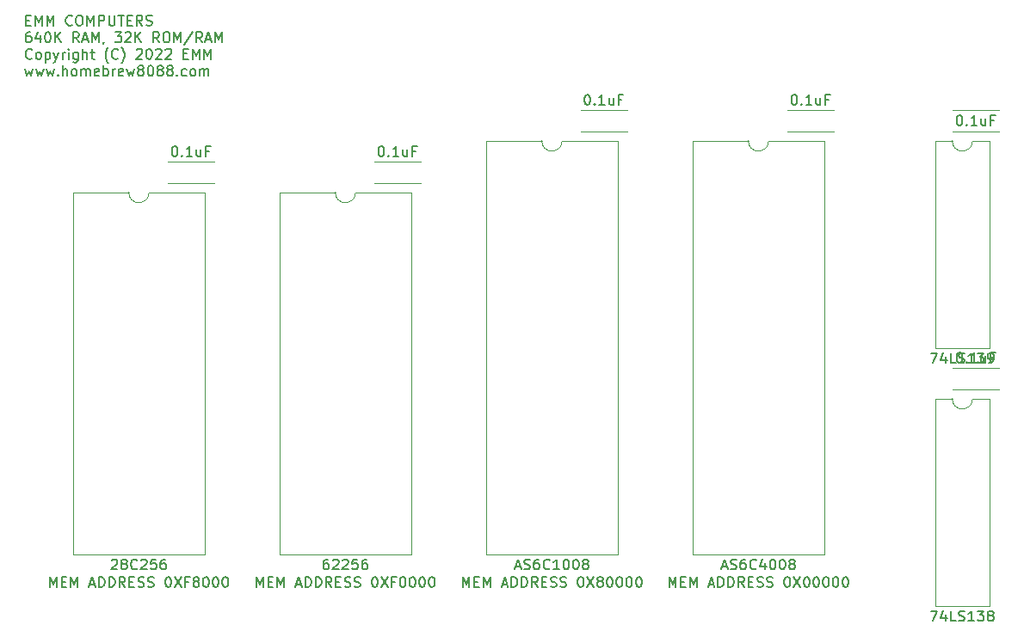
<source format=gbr>
G04 #@! TF.GenerationSoftware,KiCad,Pcbnew,(5.1.8)-1*
G04 #@! TF.CreationDate,2022-04-03T17:30:12-06:00*
G04 #@! TF.ProjectId,640k,3634306b-2e6b-4696-9361-645f70636258,rev?*
G04 #@! TF.SameCoordinates,Original*
G04 #@! TF.FileFunction,Legend,Top*
G04 #@! TF.FilePolarity,Positive*
%FSLAX46Y46*%
G04 Gerber Fmt 4.6, Leading zero omitted, Abs format (unit mm)*
G04 Created by KiCad (PCBNEW (5.1.8)-1) date 2022-04-03 17:30:12*
%MOMM*%
%LPD*%
G01*
G04 APERTURE LIST*
%ADD10C,0.150000*%
%ADD11C,0.120000*%
G04 APERTURE END LIST*
D10*
X126334665Y-116504980D02*
X126334665Y-115504980D01*
X126667999Y-116219266D01*
X127001332Y-115504980D01*
X127001332Y-116504980D01*
X127477522Y-115981171D02*
X127810856Y-115981171D01*
X127953713Y-116504980D02*
X127477522Y-116504980D01*
X127477522Y-115504980D01*
X127953713Y-115504980D01*
X128382284Y-116504980D02*
X128382284Y-115504980D01*
X128715618Y-116219266D01*
X129048951Y-115504980D01*
X129048951Y-116504980D01*
X130239427Y-116219266D02*
X130715618Y-116219266D01*
X130144189Y-116504980D02*
X130477522Y-115504980D01*
X130810856Y-116504980D01*
X131144189Y-116504980D02*
X131144189Y-115504980D01*
X131382284Y-115504980D01*
X131525141Y-115552600D01*
X131620380Y-115647838D01*
X131667999Y-115743076D01*
X131715618Y-115933552D01*
X131715618Y-116076409D01*
X131667999Y-116266885D01*
X131620380Y-116362123D01*
X131525141Y-116457361D01*
X131382284Y-116504980D01*
X131144189Y-116504980D01*
X132144189Y-116504980D02*
X132144189Y-115504980D01*
X132382284Y-115504980D01*
X132525141Y-115552600D01*
X132620380Y-115647838D01*
X132667999Y-115743076D01*
X132715618Y-115933552D01*
X132715618Y-116076409D01*
X132667999Y-116266885D01*
X132620380Y-116362123D01*
X132525141Y-116457361D01*
X132382284Y-116504980D01*
X132144189Y-116504980D01*
X133715618Y-116504980D02*
X133382284Y-116028790D01*
X133144189Y-116504980D02*
X133144189Y-115504980D01*
X133525141Y-115504980D01*
X133620380Y-115552600D01*
X133667999Y-115600219D01*
X133715618Y-115695457D01*
X133715618Y-115838314D01*
X133667999Y-115933552D01*
X133620380Y-115981171D01*
X133525141Y-116028790D01*
X133144189Y-116028790D01*
X134144189Y-115981171D02*
X134477522Y-115981171D01*
X134620380Y-116504980D02*
X134144189Y-116504980D01*
X134144189Y-115504980D01*
X134620380Y-115504980D01*
X135001332Y-116457361D02*
X135144189Y-116504980D01*
X135382284Y-116504980D01*
X135477522Y-116457361D01*
X135525141Y-116409742D01*
X135572760Y-116314504D01*
X135572760Y-116219266D01*
X135525141Y-116124028D01*
X135477522Y-116076409D01*
X135382284Y-116028790D01*
X135191808Y-115981171D01*
X135096570Y-115933552D01*
X135048951Y-115885933D01*
X135001332Y-115790695D01*
X135001332Y-115695457D01*
X135048951Y-115600219D01*
X135096570Y-115552600D01*
X135191808Y-115504980D01*
X135429903Y-115504980D01*
X135572760Y-115552600D01*
X135953713Y-116457361D02*
X136096570Y-116504980D01*
X136334665Y-116504980D01*
X136429903Y-116457361D01*
X136477522Y-116409742D01*
X136525141Y-116314504D01*
X136525141Y-116219266D01*
X136477522Y-116124028D01*
X136429903Y-116076409D01*
X136334665Y-116028790D01*
X136144189Y-115981171D01*
X136048951Y-115933552D01*
X136001332Y-115885933D01*
X135953713Y-115790695D01*
X135953713Y-115695457D01*
X136001332Y-115600219D01*
X136048951Y-115552600D01*
X136144189Y-115504980D01*
X136382284Y-115504980D01*
X136525141Y-115552600D01*
X137906094Y-115504980D02*
X138001332Y-115504980D01*
X138096570Y-115552600D01*
X138144189Y-115600219D01*
X138191808Y-115695457D01*
X138239427Y-115885933D01*
X138239427Y-116124028D01*
X138191808Y-116314504D01*
X138144189Y-116409742D01*
X138096570Y-116457361D01*
X138001332Y-116504980D01*
X137906094Y-116504980D01*
X137810856Y-116457361D01*
X137763237Y-116409742D01*
X137715618Y-116314504D01*
X137667999Y-116124028D01*
X137667999Y-115885933D01*
X137715618Y-115695457D01*
X137763237Y-115600219D01*
X137810856Y-115552600D01*
X137906094Y-115504980D01*
X138572760Y-115504980D02*
X139239427Y-116504980D01*
X139239427Y-115504980D02*
X138572760Y-116504980D01*
X139763237Y-115933552D02*
X139667999Y-115885933D01*
X139620380Y-115838314D01*
X139572760Y-115743076D01*
X139572760Y-115695457D01*
X139620380Y-115600219D01*
X139667999Y-115552600D01*
X139763237Y-115504980D01*
X139953713Y-115504980D01*
X140048951Y-115552600D01*
X140096570Y-115600219D01*
X140144189Y-115695457D01*
X140144189Y-115743076D01*
X140096570Y-115838314D01*
X140048951Y-115885933D01*
X139953713Y-115933552D01*
X139763237Y-115933552D01*
X139667999Y-115981171D01*
X139620380Y-116028790D01*
X139572760Y-116124028D01*
X139572760Y-116314504D01*
X139620380Y-116409742D01*
X139667999Y-116457361D01*
X139763237Y-116504980D01*
X139953713Y-116504980D01*
X140048951Y-116457361D01*
X140096570Y-116409742D01*
X140144189Y-116314504D01*
X140144189Y-116124028D01*
X140096570Y-116028790D01*
X140048951Y-115981171D01*
X139953713Y-115933552D01*
X140763237Y-115504980D02*
X140858475Y-115504980D01*
X140953713Y-115552600D01*
X141001332Y-115600219D01*
X141048951Y-115695457D01*
X141096570Y-115885933D01*
X141096570Y-116124028D01*
X141048951Y-116314504D01*
X141001332Y-116409742D01*
X140953713Y-116457361D01*
X140858475Y-116504980D01*
X140763237Y-116504980D01*
X140667999Y-116457361D01*
X140620380Y-116409742D01*
X140572760Y-116314504D01*
X140525141Y-116124028D01*
X140525141Y-115885933D01*
X140572760Y-115695457D01*
X140620380Y-115600219D01*
X140667999Y-115552600D01*
X140763237Y-115504980D01*
X141715618Y-115504980D02*
X141810856Y-115504980D01*
X141906094Y-115552600D01*
X141953713Y-115600219D01*
X142001332Y-115695457D01*
X142048951Y-115885933D01*
X142048951Y-116124028D01*
X142001332Y-116314504D01*
X141953713Y-116409742D01*
X141906094Y-116457361D01*
X141810856Y-116504980D01*
X141715618Y-116504980D01*
X141620380Y-116457361D01*
X141572760Y-116409742D01*
X141525141Y-116314504D01*
X141477522Y-116124028D01*
X141477522Y-115885933D01*
X141525141Y-115695457D01*
X141572760Y-115600219D01*
X141620380Y-115552600D01*
X141715618Y-115504980D01*
X142667999Y-115504980D02*
X142763237Y-115504980D01*
X142858475Y-115552600D01*
X142906094Y-115600219D01*
X142953713Y-115695457D01*
X143001332Y-115885933D01*
X143001332Y-116124028D01*
X142953713Y-116314504D01*
X142906094Y-116409742D01*
X142858475Y-116457361D01*
X142763237Y-116504980D01*
X142667999Y-116504980D01*
X142572760Y-116457361D01*
X142525141Y-116409742D01*
X142477522Y-116314504D01*
X142429903Y-116124028D01*
X142429903Y-115885933D01*
X142477522Y-115695457D01*
X142525141Y-115600219D01*
X142572760Y-115552600D01*
X142667999Y-115504980D01*
X143620380Y-115504980D02*
X143715618Y-115504980D01*
X143810856Y-115552600D01*
X143858475Y-115600219D01*
X143906094Y-115695457D01*
X143953713Y-115885933D01*
X143953713Y-116124028D01*
X143906094Y-116314504D01*
X143858475Y-116409742D01*
X143810856Y-116457361D01*
X143715618Y-116504980D01*
X143620380Y-116504980D01*
X143525141Y-116457361D01*
X143477522Y-116409742D01*
X143429903Y-116314504D01*
X143382284Y-116124028D01*
X143382284Y-115885933D01*
X143429903Y-115695457D01*
X143477522Y-115600219D01*
X143525141Y-115552600D01*
X143620380Y-115504980D01*
X146654665Y-116504980D02*
X146654665Y-115504980D01*
X146987999Y-116219266D01*
X147321332Y-115504980D01*
X147321332Y-116504980D01*
X147797522Y-115981171D02*
X148130856Y-115981171D01*
X148273713Y-116504980D02*
X147797522Y-116504980D01*
X147797522Y-115504980D01*
X148273713Y-115504980D01*
X148702284Y-116504980D02*
X148702284Y-115504980D01*
X149035618Y-116219266D01*
X149368951Y-115504980D01*
X149368951Y-116504980D01*
X150559427Y-116219266D02*
X151035618Y-116219266D01*
X150464189Y-116504980D02*
X150797522Y-115504980D01*
X151130856Y-116504980D01*
X151464189Y-116504980D02*
X151464189Y-115504980D01*
X151702284Y-115504980D01*
X151845141Y-115552600D01*
X151940380Y-115647838D01*
X151987999Y-115743076D01*
X152035618Y-115933552D01*
X152035618Y-116076409D01*
X151987999Y-116266885D01*
X151940380Y-116362123D01*
X151845141Y-116457361D01*
X151702284Y-116504980D01*
X151464189Y-116504980D01*
X152464189Y-116504980D02*
X152464189Y-115504980D01*
X152702284Y-115504980D01*
X152845141Y-115552600D01*
X152940380Y-115647838D01*
X152987999Y-115743076D01*
X153035618Y-115933552D01*
X153035618Y-116076409D01*
X152987999Y-116266885D01*
X152940380Y-116362123D01*
X152845141Y-116457361D01*
X152702284Y-116504980D01*
X152464189Y-116504980D01*
X154035618Y-116504980D02*
X153702284Y-116028790D01*
X153464189Y-116504980D02*
X153464189Y-115504980D01*
X153845141Y-115504980D01*
X153940380Y-115552600D01*
X153987999Y-115600219D01*
X154035618Y-115695457D01*
X154035618Y-115838314D01*
X153987999Y-115933552D01*
X153940380Y-115981171D01*
X153845141Y-116028790D01*
X153464189Y-116028790D01*
X154464189Y-115981171D02*
X154797522Y-115981171D01*
X154940380Y-116504980D02*
X154464189Y-116504980D01*
X154464189Y-115504980D01*
X154940380Y-115504980D01*
X155321332Y-116457361D02*
X155464189Y-116504980D01*
X155702284Y-116504980D01*
X155797522Y-116457361D01*
X155845141Y-116409742D01*
X155892760Y-116314504D01*
X155892760Y-116219266D01*
X155845141Y-116124028D01*
X155797522Y-116076409D01*
X155702284Y-116028790D01*
X155511808Y-115981171D01*
X155416570Y-115933552D01*
X155368951Y-115885933D01*
X155321332Y-115790695D01*
X155321332Y-115695457D01*
X155368951Y-115600219D01*
X155416570Y-115552600D01*
X155511808Y-115504980D01*
X155749903Y-115504980D01*
X155892760Y-115552600D01*
X156273713Y-116457361D02*
X156416570Y-116504980D01*
X156654665Y-116504980D01*
X156749903Y-116457361D01*
X156797522Y-116409742D01*
X156845141Y-116314504D01*
X156845141Y-116219266D01*
X156797522Y-116124028D01*
X156749903Y-116076409D01*
X156654665Y-116028790D01*
X156464189Y-115981171D01*
X156368951Y-115933552D01*
X156321332Y-115885933D01*
X156273713Y-115790695D01*
X156273713Y-115695457D01*
X156321332Y-115600219D01*
X156368951Y-115552600D01*
X156464189Y-115504980D01*
X156702284Y-115504980D01*
X156845141Y-115552600D01*
X158226094Y-115504980D02*
X158321332Y-115504980D01*
X158416570Y-115552600D01*
X158464189Y-115600219D01*
X158511808Y-115695457D01*
X158559427Y-115885933D01*
X158559427Y-116124028D01*
X158511808Y-116314504D01*
X158464189Y-116409742D01*
X158416570Y-116457361D01*
X158321332Y-116504980D01*
X158226094Y-116504980D01*
X158130856Y-116457361D01*
X158083237Y-116409742D01*
X158035618Y-116314504D01*
X157987999Y-116124028D01*
X157987999Y-115885933D01*
X158035618Y-115695457D01*
X158083237Y-115600219D01*
X158130856Y-115552600D01*
X158226094Y-115504980D01*
X158892760Y-115504980D02*
X159559427Y-116504980D01*
X159559427Y-115504980D02*
X158892760Y-116504980D01*
X160130856Y-115504980D02*
X160226094Y-115504980D01*
X160321332Y-115552600D01*
X160368951Y-115600219D01*
X160416570Y-115695457D01*
X160464189Y-115885933D01*
X160464189Y-116124028D01*
X160416570Y-116314504D01*
X160368951Y-116409742D01*
X160321332Y-116457361D01*
X160226094Y-116504980D01*
X160130856Y-116504980D01*
X160035618Y-116457361D01*
X159987999Y-116409742D01*
X159940380Y-116314504D01*
X159892760Y-116124028D01*
X159892760Y-115885933D01*
X159940380Y-115695457D01*
X159987999Y-115600219D01*
X160035618Y-115552600D01*
X160130856Y-115504980D01*
X161083237Y-115504980D02*
X161178475Y-115504980D01*
X161273713Y-115552600D01*
X161321332Y-115600219D01*
X161368951Y-115695457D01*
X161416570Y-115885933D01*
X161416570Y-116124028D01*
X161368951Y-116314504D01*
X161321332Y-116409742D01*
X161273713Y-116457361D01*
X161178475Y-116504980D01*
X161083237Y-116504980D01*
X160987999Y-116457361D01*
X160940380Y-116409742D01*
X160892760Y-116314504D01*
X160845141Y-116124028D01*
X160845141Y-115885933D01*
X160892760Y-115695457D01*
X160940380Y-115600219D01*
X160987999Y-115552600D01*
X161083237Y-115504980D01*
X162035618Y-115504980D02*
X162130856Y-115504980D01*
X162226094Y-115552600D01*
X162273713Y-115600219D01*
X162321332Y-115695457D01*
X162368951Y-115885933D01*
X162368951Y-116124028D01*
X162321332Y-116314504D01*
X162273713Y-116409742D01*
X162226094Y-116457361D01*
X162130856Y-116504980D01*
X162035618Y-116504980D01*
X161940380Y-116457361D01*
X161892760Y-116409742D01*
X161845141Y-116314504D01*
X161797522Y-116124028D01*
X161797522Y-115885933D01*
X161845141Y-115695457D01*
X161892760Y-115600219D01*
X161940380Y-115552600D01*
X162035618Y-115504980D01*
X162987999Y-115504980D02*
X163083237Y-115504980D01*
X163178475Y-115552600D01*
X163226094Y-115600219D01*
X163273713Y-115695457D01*
X163321332Y-115885933D01*
X163321332Y-116124028D01*
X163273713Y-116314504D01*
X163226094Y-116409742D01*
X163178475Y-116457361D01*
X163083237Y-116504980D01*
X162987999Y-116504980D01*
X162892760Y-116457361D01*
X162845141Y-116409742D01*
X162797522Y-116314504D01*
X162749903Y-116124028D01*
X162749903Y-115885933D01*
X162797522Y-115695457D01*
X162845141Y-115600219D01*
X162892760Y-115552600D01*
X162987999Y-115504980D01*
X163940380Y-115504980D02*
X164035618Y-115504980D01*
X164130856Y-115552600D01*
X164178475Y-115600219D01*
X164226094Y-115695457D01*
X164273713Y-115885933D01*
X164273713Y-116124028D01*
X164226094Y-116314504D01*
X164178475Y-116409742D01*
X164130856Y-116457361D01*
X164035618Y-116504980D01*
X163940380Y-116504980D01*
X163845141Y-116457361D01*
X163797522Y-116409742D01*
X163749903Y-116314504D01*
X163702284Y-116124028D01*
X163702284Y-115885933D01*
X163749903Y-115695457D01*
X163797522Y-115600219D01*
X163845141Y-115552600D01*
X163940380Y-115504980D01*
X106062284Y-116504980D02*
X106062284Y-115504980D01*
X106395618Y-116219266D01*
X106728951Y-115504980D01*
X106728951Y-116504980D01*
X107205141Y-115981171D02*
X107538475Y-115981171D01*
X107681332Y-116504980D02*
X107205141Y-116504980D01*
X107205141Y-115504980D01*
X107681332Y-115504980D01*
X108109903Y-116504980D02*
X108109903Y-115504980D01*
X108443237Y-116219266D01*
X108776570Y-115504980D01*
X108776570Y-116504980D01*
X109967046Y-116219266D02*
X110443237Y-116219266D01*
X109871808Y-116504980D02*
X110205141Y-115504980D01*
X110538475Y-116504980D01*
X110871808Y-116504980D02*
X110871808Y-115504980D01*
X111109903Y-115504980D01*
X111252760Y-115552600D01*
X111347999Y-115647838D01*
X111395618Y-115743076D01*
X111443237Y-115933552D01*
X111443237Y-116076409D01*
X111395618Y-116266885D01*
X111347999Y-116362123D01*
X111252760Y-116457361D01*
X111109903Y-116504980D01*
X110871808Y-116504980D01*
X111871808Y-116504980D02*
X111871808Y-115504980D01*
X112109903Y-115504980D01*
X112252760Y-115552600D01*
X112347999Y-115647838D01*
X112395618Y-115743076D01*
X112443237Y-115933552D01*
X112443237Y-116076409D01*
X112395618Y-116266885D01*
X112347999Y-116362123D01*
X112252760Y-116457361D01*
X112109903Y-116504980D01*
X111871808Y-116504980D01*
X113443237Y-116504980D02*
X113109903Y-116028790D01*
X112871808Y-116504980D02*
X112871808Y-115504980D01*
X113252760Y-115504980D01*
X113347999Y-115552600D01*
X113395618Y-115600219D01*
X113443237Y-115695457D01*
X113443237Y-115838314D01*
X113395618Y-115933552D01*
X113347999Y-115981171D01*
X113252760Y-116028790D01*
X112871808Y-116028790D01*
X113871808Y-115981171D02*
X114205141Y-115981171D01*
X114347999Y-116504980D02*
X113871808Y-116504980D01*
X113871808Y-115504980D01*
X114347999Y-115504980D01*
X114728951Y-116457361D02*
X114871808Y-116504980D01*
X115109903Y-116504980D01*
X115205141Y-116457361D01*
X115252760Y-116409742D01*
X115300380Y-116314504D01*
X115300380Y-116219266D01*
X115252760Y-116124028D01*
X115205141Y-116076409D01*
X115109903Y-116028790D01*
X114919427Y-115981171D01*
X114824189Y-115933552D01*
X114776570Y-115885933D01*
X114728951Y-115790695D01*
X114728951Y-115695457D01*
X114776570Y-115600219D01*
X114824189Y-115552600D01*
X114919427Y-115504980D01*
X115157522Y-115504980D01*
X115300380Y-115552600D01*
X115681332Y-116457361D02*
X115824189Y-116504980D01*
X116062284Y-116504980D01*
X116157522Y-116457361D01*
X116205141Y-116409742D01*
X116252760Y-116314504D01*
X116252760Y-116219266D01*
X116205141Y-116124028D01*
X116157522Y-116076409D01*
X116062284Y-116028790D01*
X115871808Y-115981171D01*
X115776570Y-115933552D01*
X115728951Y-115885933D01*
X115681332Y-115790695D01*
X115681332Y-115695457D01*
X115728951Y-115600219D01*
X115776570Y-115552600D01*
X115871808Y-115504980D01*
X116109903Y-115504980D01*
X116252760Y-115552600D01*
X117633713Y-115504980D02*
X117728951Y-115504980D01*
X117824189Y-115552600D01*
X117871808Y-115600219D01*
X117919427Y-115695457D01*
X117967046Y-115885933D01*
X117967046Y-116124028D01*
X117919427Y-116314504D01*
X117871808Y-116409742D01*
X117824189Y-116457361D01*
X117728951Y-116504980D01*
X117633713Y-116504980D01*
X117538475Y-116457361D01*
X117490856Y-116409742D01*
X117443237Y-116314504D01*
X117395618Y-116124028D01*
X117395618Y-115885933D01*
X117443237Y-115695457D01*
X117490856Y-115600219D01*
X117538475Y-115552600D01*
X117633713Y-115504980D01*
X118300380Y-115504980D02*
X118967046Y-116504980D01*
X118967046Y-115504980D02*
X118300380Y-116504980D01*
X119681332Y-115981171D02*
X119347999Y-115981171D01*
X119347999Y-116504980D02*
X119347999Y-115504980D01*
X119824189Y-115504980D01*
X120395618Y-115504980D02*
X120490856Y-115504980D01*
X120586094Y-115552600D01*
X120633713Y-115600219D01*
X120681332Y-115695457D01*
X120728951Y-115885933D01*
X120728951Y-116124028D01*
X120681332Y-116314504D01*
X120633713Y-116409742D01*
X120586094Y-116457361D01*
X120490856Y-116504980D01*
X120395618Y-116504980D01*
X120300380Y-116457361D01*
X120252760Y-116409742D01*
X120205141Y-116314504D01*
X120157522Y-116124028D01*
X120157522Y-115885933D01*
X120205141Y-115695457D01*
X120252760Y-115600219D01*
X120300380Y-115552600D01*
X120395618Y-115504980D01*
X121347999Y-115504980D02*
X121443237Y-115504980D01*
X121538475Y-115552600D01*
X121586094Y-115600219D01*
X121633713Y-115695457D01*
X121681332Y-115885933D01*
X121681332Y-116124028D01*
X121633713Y-116314504D01*
X121586094Y-116409742D01*
X121538475Y-116457361D01*
X121443237Y-116504980D01*
X121347999Y-116504980D01*
X121252760Y-116457361D01*
X121205141Y-116409742D01*
X121157522Y-116314504D01*
X121109903Y-116124028D01*
X121109903Y-115885933D01*
X121157522Y-115695457D01*
X121205141Y-115600219D01*
X121252760Y-115552600D01*
X121347999Y-115504980D01*
X122300380Y-115504980D02*
X122395618Y-115504980D01*
X122490856Y-115552600D01*
X122538475Y-115600219D01*
X122586094Y-115695457D01*
X122633713Y-115885933D01*
X122633713Y-116124028D01*
X122586094Y-116314504D01*
X122538475Y-116409742D01*
X122490856Y-116457361D01*
X122395618Y-116504980D01*
X122300380Y-116504980D01*
X122205141Y-116457361D01*
X122157522Y-116409742D01*
X122109903Y-116314504D01*
X122062284Y-116124028D01*
X122062284Y-115885933D01*
X122109903Y-115695457D01*
X122157522Y-115600219D01*
X122205141Y-115552600D01*
X122300380Y-115504980D01*
X123252760Y-115504980D02*
X123347999Y-115504980D01*
X123443237Y-115552600D01*
X123490856Y-115600219D01*
X123538475Y-115695457D01*
X123586094Y-115885933D01*
X123586094Y-116124028D01*
X123538475Y-116314504D01*
X123490856Y-116409742D01*
X123443237Y-116457361D01*
X123347999Y-116504980D01*
X123252760Y-116504980D01*
X123157522Y-116457361D01*
X123109903Y-116409742D01*
X123062284Y-116314504D01*
X123014665Y-116124028D01*
X123014665Y-115885933D01*
X123062284Y-115695457D01*
X123109903Y-115600219D01*
X123157522Y-115552600D01*
X123252760Y-115504980D01*
X85742284Y-116504980D02*
X85742284Y-115504980D01*
X86075618Y-116219266D01*
X86408951Y-115504980D01*
X86408951Y-116504980D01*
X86885141Y-115981171D02*
X87218475Y-115981171D01*
X87361332Y-116504980D02*
X86885141Y-116504980D01*
X86885141Y-115504980D01*
X87361332Y-115504980D01*
X87789903Y-116504980D02*
X87789903Y-115504980D01*
X88123237Y-116219266D01*
X88456570Y-115504980D01*
X88456570Y-116504980D01*
X89647046Y-116219266D02*
X90123237Y-116219266D01*
X89551808Y-116504980D02*
X89885141Y-115504980D01*
X90218475Y-116504980D01*
X90551808Y-116504980D02*
X90551808Y-115504980D01*
X90789903Y-115504980D01*
X90932760Y-115552600D01*
X91027999Y-115647838D01*
X91075618Y-115743076D01*
X91123237Y-115933552D01*
X91123237Y-116076409D01*
X91075618Y-116266885D01*
X91027999Y-116362123D01*
X90932760Y-116457361D01*
X90789903Y-116504980D01*
X90551808Y-116504980D01*
X91551808Y-116504980D02*
X91551808Y-115504980D01*
X91789903Y-115504980D01*
X91932760Y-115552600D01*
X92027999Y-115647838D01*
X92075618Y-115743076D01*
X92123237Y-115933552D01*
X92123237Y-116076409D01*
X92075618Y-116266885D01*
X92027999Y-116362123D01*
X91932760Y-116457361D01*
X91789903Y-116504980D01*
X91551808Y-116504980D01*
X93123237Y-116504980D02*
X92789903Y-116028790D01*
X92551808Y-116504980D02*
X92551808Y-115504980D01*
X92932760Y-115504980D01*
X93027999Y-115552600D01*
X93075618Y-115600219D01*
X93123237Y-115695457D01*
X93123237Y-115838314D01*
X93075618Y-115933552D01*
X93027999Y-115981171D01*
X92932760Y-116028790D01*
X92551808Y-116028790D01*
X93551808Y-115981171D02*
X93885141Y-115981171D01*
X94027999Y-116504980D02*
X93551808Y-116504980D01*
X93551808Y-115504980D01*
X94027999Y-115504980D01*
X94408951Y-116457361D02*
X94551808Y-116504980D01*
X94789903Y-116504980D01*
X94885141Y-116457361D01*
X94932760Y-116409742D01*
X94980380Y-116314504D01*
X94980380Y-116219266D01*
X94932760Y-116124028D01*
X94885141Y-116076409D01*
X94789903Y-116028790D01*
X94599427Y-115981171D01*
X94504189Y-115933552D01*
X94456570Y-115885933D01*
X94408951Y-115790695D01*
X94408951Y-115695457D01*
X94456570Y-115600219D01*
X94504189Y-115552600D01*
X94599427Y-115504980D01*
X94837522Y-115504980D01*
X94980380Y-115552600D01*
X95361332Y-116457361D02*
X95504189Y-116504980D01*
X95742284Y-116504980D01*
X95837522Y-116457361D01*
X95885141Y-116409742D01*
X95932760Y-116314504D01*
X95932760Y-116219266D01*
X95885141Y-116124028D01*
X95837522Y-116076409D01*
X95742284Y-116028790D01*
X95551808Y-115981171D01*
X95456570Y-115933552D01*
X95408951Y-115885933D01*
X95361332Y-115790695D01*
X95361332Y-115695457D01*
X95408951Y-115600219D01*
X95456570Y-115552600D01*
X95551808Y-115504980D01*
X95789903Y-115504980D01*
X95932760Y-115552600D01*
X97313713Y-115504980D02*
X97408951Y-115504980D01*
X97504189Y-115552600D01*
X97551808Y-115600219D01*
X97599427Y-115695457D01*
X97647046Y-115885933D01*
X97647046Y-116124028D01*
X97599427Y-116314504D01*
X97551808Y-116409742D01*
X97504189Y-116457361D01*
X97408951Y-116504980D01*
X97313713Y-116504980D01*
X97218475Y-116457361D01*
X97170856Y-116409742D01*
X97123237Y-116314504D01*
X97075618Y-116124028D01*
X97075618Y-115885933D01*
X97123237Y-115695457D01*
X97170856Y-115600219D01*
X97218475Y-115552600D01*
X97313713Y-115504980D01*
X97980380Y-115504980D02*
X98647046Y-116504980D01*
X98647046Y-115504980D02*
X97980380Y-116504980D01*
X99361332Y-115981171D02*
X99027999Y-115981171D01*
X99027999Y-116504980D02*
X99027999Y-115504980D01*
X99504189Y-115504980D01*
X100027999Y-115933552D02*
X99932760Y-115885933D01*
X99885141Y-115838314D01*
X99837522Y-115743076D01*
X99837522Y-115695457D01*
X99885141Y-115600219D01*
X99932760Y-115552600D01*
X100027999Y-115504980D01*
X100218475Y-115504980D01*
X100313713Y-115552600D01*
X100361332Y-115600219D01*
X100408951Y-115695457D01*
X100408951Y-115743076D01*
X100361332Y-115838314D01*
X100313713Y-115885933D01*
X100218475Y-115933552D01*
X100027999Y-115933552D01*
X99932760Y-115981171D01*
X99885141Y-116028790D01*
X99837522Y-116124028D01*
X99837522Y-116314504D01*
X99885141Y-116409742D01*
X99932760Y-116457361D01*
X100027999Y-116504980D01*
X100218475Y-116504980D01*
X100313713Y-116457361D01*
X100361332Y-116409742D01*
X100408951Y-116314504D01*
X100408951Y-116124028D01*
X100361332Y-116028790D01*
X100313713Y-115981171D01*
X100218475Y-115933552D01*
X101027999Y-115504980D02*
X101123237Y-115504980D01*
X101218475Y-115552600D01*
X101266094Y-115600219D01*
X101313713Y-115695457D01*
X101361332Y-115885933D01*
X101361332Y-116124028D01*
X101313713Y-116314504D01*
X101266094Y-116409742D01*
X101218475Y-116457361D01*
X101123237Y-116504980D01*
X101027999Y-116504980D01*
X100932760Y-116457361D01*
X100885141Y-116409742D01*
X100837522Y-116314504D01*
X100789903Y-116124028D01*
X100789903Y-115885933D01*
X100837522Y-115695457D01*
X100885141Y-115600219D01*
X100932760Y-115552600D01*
X101027999Y-115504980D01*
X101980380Y-115504980D02*
X102075618Y-115504980D01*
X102170856Y-115552600D01*
X102218475Y-115600219D01*
X102266094Y-115695457D01*
X102313713Y-115885933D01*
X102313713Y-116124028D01*
X102266094Y-116314504D01*
X102218475Y-116409742D01*
X102170856Y-116457361D01*
X102075618Y-116504980D01*
X101980380Y-116504980D01*
X101885141Y-116457361D01*
X101837522Y-116409742D01*
X101789903Y-116314504D01*
X101742284Y-116124028D01*
X101742284Y-115885933D01*
X101789903Y-115695457D01*
X101837522Y-115600219D01*
X101885141Y-115552600D01*
X101980380Y-115504980D01*
X102932760Y-115504980D02*
X103027999Y-115504980D01*
X103123237Y-115552600D01*
X103170856Y-115600219D01*
X103218475Y-115695457D01*
X103266094Y-115885933D01*
X103266094Y-116124028D01*
X103218475Y-116314504D01*
X103170856Y-116409742D01*
X103123237Y-116457361D01*
X103027999Y-116504980D01*
X102932760Y-116504980D01*
X102837522Y-116457361D01*
X102789903Y-116409742D01*
X102742284Y-116314504D01*
X102694665Y-116124028D01*
X102694665Y-115885933D01*
X102742284Y-115695457D01*
X102789903Y-115600219D01*
X102837522Y-115552600D01*
X102932760Y-115504980D01*
X83385975Y-60674171D02*
X83719308Y-60674171D01*
X83862165Y-61197980D02*
X83385975Y-61197980D01*
X83385975Y-60197980D01*
X83862165Y-60197980D01*
X84290737Y-61197980D02*
X84290737Y-60197980D01*
X84624070Y-60912266D01*
X84957403Y-60197980D01*
X84957403Y-61197980D01*
X85433594Y-61197980D02*
X85433594Y-60197980D01*
X85766927Y-60912266D01*
X86100260Y-60197980D01*
X86100260Y-61197980D01*
X87909784Y-61102742D02*
X87862165Y-61150361D01*
X87719308Y-61197980D01*
X87624070Y-61197980D01*
X87481213Y-61150361D01*
X87385975Y-61055123D01*
X87338356Y-60959885D01*
X87290737Y-60769409D01*
X87290737Y-60626552D01*
X87338356Y-60436076D01*
X87385975Y-60340838D01*
X87481213Y-60245600D01*
X87624070Y-60197980D01*
X87719308Y-60197980D01*
X87862165Y-60245600D01*
X87909784Y-60293219D01*
X88528832Y-60197980D02*
X88719308Y-60197980D01*
X88814546Y-60245600D01*
X88909784Y-60340838D01*
X88957403Y-60531314D01*
X88957403Y-60864647D01*
X88909784Y-61055123D01*
X88814546Y-61150361D01*
X88719308Y-61197980D01*
X88528832Y-61197980D01*
X88433594Y-61150361D01*
X88338356Y-61055123D01*
X88290737Y-60864647D01*
X88290737Y-60531314D01*
X88338356Y-60340838D01*
X88433594Y-60245600D01*
X88528832Y-60197980D01*
X89385975Y-61197980D02*
X89385975Y-60197980D01*
X89719308Y-60912266D01*
X90052641Y-60197980D01*
X90052641Y-61197980D01*
X90528832Y-61197980D02*
X90528832Y-60197980D01*
X90909784Y-60197980D01*
X91005022Y-60245600D01*
X91052641Y-60293219D01*
X91100260Y-60388457D01*
X91100260Y-60531314D01*
X91052641Y-60626552D01*
X91005022Y-60674171D01*
X90909784Y-60721790D01*
X90528832Y-60721790D01*
X91528832Y-60197980D02*
X91528832Y-61007504D01*
X91576451Y-61102742D01*
X91624070Y-61150361D01*
X91719308Y-61197980D01*
X91909784Y-61197980D01*
X92005022Y-61150361D01*
X92052641Y-61102742D01*
X92100260Y-61007504D01*
X92100260Y-60197980D01*
X92433594Y-60197980D02*
X93005022Y-60197980D01*
X92719308Y-61197980D02*
X92719308Y-60197980D01*
X93338356Y-60674171D02*
X93671689Y-60674171D01*
X93814546Y-61197980D02*
X93338356Y-61197980D01*
X93338356Y-60197980D01*
X93814546Y-60197980D01*
X94814546Y-61197980D02*
X94481213Y-60721790D01*
X94243118Y-61197980D02*
X94243118Y-60197980D01*
X94624070Y-60197980D01*
X94719308Y-60245600D01*
X94766927Y-60293219D01*
X94814546Y-60388457D01*
X94814546Y-60531314D01*
X94766927Y-60626552D01*
X94719308Y-60674171D01*
X94624070Y-60721790D01*
X94243118Y-60721790D01*
X95195499Y-61150361D02*
X95338356Y-61197980D01*
X95576451Y-61197980D01*
X95671689Y-61150361D01*
X95719308Y-61102742D01*
X95766927Y-61007504D01*
X95766927Y-60912266D01*
X95719308Y-60817028D01*
X95671689Y-60769409D01*
X95576451Y-60721790D01*
X95385975Y-60674171D01*
X95290737Y-60626552D01*
X95243118Y-60578933D01*
X95195499Y-60483695D01*
X95195499Y-60388457D01*
X95243118Y-60293219D01*
X95290737Y-60245600D01*
X95385975Y-60197980D01*
X95624070Y-60197980D01*
X95766927Y-60245600D01*
X83814546Y-61847980D02*
X83624070Y-61847980D01*
X83528832Y-61895600D01*
X83481213Y-61943219D01*
X83385975Y-62086076D01*
X83338356Y-62276552D01*
X83338356Y-62657504D01*
X83385975Y-62752742D01*
X83433594Y-62800361D01*
X83528832Y-62847980D01*
X83719308Y-62847980D01*
X83814546Y-62800361D01*
X83862165Y-62752742D01*
X83909784Y-62657504D01*
X83909784Y-62419409D01*
X83862165Y-62324171D01*
X83814546Y-62276552D01*
X83719308Y-62228933D01*
X83528832Y-62228933D01*
X83433594Y-62276552D01*
X83385975Y-62324171D01*
X83338356Y-62419409D01*
X84766927Y-62181314D02*
X84766927Y-62847980D01*
X84528832Y-61800361D02*
X84290737Y-62514647D01*
X84909784Y-62514647D01*
X85481213Y-61847980D02*
X85576451Y-61847980D01*
X85671689Y-61895600D01*
X85719308Y-61943219D01*
X85766927Y-62038457D01*
X85814546Y-62228933D01*
X85814546Y-62467028D01*
X85766927Y-62657504D01*
X85719308Y-62752742D01*
X85671689Y-62800361D01*
X85576451Y-62847980D01*
X85481213Y-62847980D01*
X85385975Y-62800361D01*
X85338356Y-62752742D01*
X85290737Y-62657504D01*
X85243118Y-62467028D01*
X85243118Y-62228933D01*
X85290737Y-62038457D01*
X85338356Y-61943219D01*
X85385975Y-61895600D01*
X85481213Y-61847980D01*
X86243118Y-62847980D02*
X86243118Y-61847980D01*
X86814546Y-62847980D02*
X86385975Y-62276552D01*
X86814546Y-61847980D02*
X86243118Y-62419409D01*
X88576451Y-62847980D02*
X88243118Y-62371790D01*
X88005022Y-62847980D02*
X88005022Y-61847980D01*
X88385975Y-61847980D01*
X88481213Y-61895600D01*
X88528832Y-61943219D01*
X88576451Y-62038457D01*
X88576451Y-62181314D01*
X88528832Y-62276552D01*
X88481213Y-62324171D01*
X88385975Y-62371790D01*
X88005022Y-62371790D01*
X88957403Y-62562266D02*
X89433594Y-62562266D01*
X88862165Y-62847980D02*
X89195499Y-61847980D01*
X89528832Y-62847980D01*
X89862165Y-62847980D02*
X89862165Y-61847980D01*
X90195499Y-62562266D01*
X90528832Y-61847980D01*
X90528832Y-62847980D01*
X91052641Y-62800361D02*
X91052641Y-62847980D01*
X91005022Y-62943219D01*
X90957403Y-62990838D01*
X92147880Y-61847980D02*
X92766927Y-61847980D01*
X92433594Y-62228933D01*
X92576451Y-62228933D01*
X92671689Y-62276552D01*
X92719308Y-62324171D01*
X92766927Y-62419409D01*
X92766927Y-62657504D01*
X92719308Y-62752742D01*
X92671689Y-62800361D01*
X92576451Y-62847980D01*
X92290737Y-62847980D01*
X92195499Y-62800361D01*
X92147880Y-62752742D01*
X93147880Y-61943219D02*
X93195499Y-61895600D01*
X93290737Y-61847980D01*
X93528832Y-61847980D01*
X93624070Y-61895600D01*
X93671689Y-61943219D01*
X93719308Y-62038457D01*
X93719308Y-62133695D01*
X93671689Y-62276552D01*
X93100260Y-62847980D01*
X93719308Y-62847980D01*
X94147880Y-62847980D02*
X94147880Y-61847980D01*
X94719308Y-62847980D02*
X94290737Y-62276552D01*
X94719308Y-61847980D02*
X94147880Y-62419409D01*
X96481213Y-62847980D02*
X96147880Y-62371790D01*
X95909784Y-62847980D02*
X95909784Y-61847980D01*
X96290737Y-61847980D01*
X96385975Y-61895600D01*
X96433594Y-61943219D01*
X96481213Y-62038457D01*
X96481213Y-62181314D01*
X96433594Y-62276552D01*
X96385975Y-62324171D01*
X96290737Y-62371790D01*
X95909784Y-62371790D01*
X97100260Y-61847980D02*
X97290737Y-61847980D01*
X97385975Y-61895600D01*
X97481213Y-61990838D01*
X97528832Y-62181314D01*
X97528832Y-62514647D01*
X97481213Y-62705123D01*
X97385975Y-62800361D01*
X97290737Y-62847980D01*
X97100260Y-62847980D01*
X97005022Y-62800361D01*
X96909784Y-62705123D01*
X96862165Y-62514647D01*
X96862165Y-62181314D01*
X96909784Y-61990838D01*
X97005022Y-61895600D01*
X97100260Y-61847980D01*
X97957403Y-62847980D02*
X97957403Y-61847980D01*
X98290737Y-62562266D01*
X98624070Y-61847980D01*
X98624070Y-62847980D01*
X99814546Y-61800361D02*
X98957403Y-63086076D01*
X100719308Y-62847980D02*
X100385975Y-62371790D01*
X100147880Y-62847980D02*
X100147880Y-61847980D01*
X100528832Y-61847980D01*
X100624070Y-61895600D01*
X100671689Y-61943219D01*
X100719308Y-62038457D01*
X100719308Y-62181314D01*
X100671689Y-62276552D01*
X100624070Y-62324171D01*
X100528832Y-62371790D01*
X100147880Y-62371790D01*
X101100260Y-62562266D02*
X101576451Y-62562266D01*
X101005022Y-62847980D02*
X101338356Y-61847980D01*
X101671689Y-62847980D01*
X102005022Y-62847980D02*
X102005022Y-61847980D01*
X102338356Y-62562266D01*
X102671689Y-61847980D01*
X102671689Y-62847980D01*
X83957403Y-64402742D02*
X83909784Y-64450361D01*
X83766927Y-64497980D01*
X83671689Y-64497980D01*
X83528832Y-64450361D01*
X83433594Y-64355123D01*
X83385975Y-64259885D01*
X83338356Y-64069409D01*
X83338356Y-63926552D01*
X83385975Y-63736076D01*
X83433594Y-63640838D01*
X83528832Y-63545600D01*
X83671689Y-63497980D01*
X83766927Y-63497980D01*
X83909784Y-63545600D01*
X83957403Y-63593219D01*
X84528832Y-64497980D02*
X84433594Y-64450361D01*
X84385975Y-64402742D01*
X84338356Y-64307504D01*
X84338356Y-64021790D01*
X84385975Y-63926552D01*
X84433594Y-63878933D01*
X84528832Y-63831314D01*
X84671689Y-63831314D01*
X84766927Y-63878933D01*
X84814546Y-63926552D01*
X84862165Y-64021790D01*
X84862165Y-64307504D01*
X84814546Y-64402742D01*
X84766927Y-64450361D01*
X84671689Y-64497980D01*
X84528832Y-64497980D01*
X85290737Y-63831314D02*
X85290737Y-64831314D01*
X85290737Y-63878933D02*
X85385975Y-63831314D01*
X85576451Y-63831314D01*
X85671689Y-63878933D01*
X85719308Y-63926552D01*
X85766927Y-64021790D01*
X85766927Y-64307504D01*
X85719308Y-64402742D01*
X85671689Y-64450361D01*
X85576451Y-64497980D01*
X85385975Y-64497980D01*
X85290737Y-64450361D01*
X86100260Y-63831314D02*
X86338356Y-64497980D01*
X86576451Y-63831314D02*
X86338356Y-64497980D01*
X86243118Y-64736076D01*
X86195499Y-64783695D01*
X86100260Y-64831314D01*
X86957403Y-64497980D02*
X86957403Y-63831314D01*
X86957403Y-64021790D02*
X87005022Y-63926552D01*
X87052641Y-63878933D01*
X87147880Y-63831314D01*
X87243118Y-63831314D01*
X87576451Y-64497980D02*
X87576451Y-63831314D01*
X87576451Y-63497980D02*
X87528832Y-63545600D01*
X87576451Y-63593219D01*
X87624070Y-63545600D01*
X87576451Y-63497980D01*
X87576451Y-63593219D01*
X88481213Y-63831314D02*
X88481213Y-64640838D01*
X88433594Y-64736076D01*
X88385975Y-64783695D01*
X88290737Y-64831314D01*
X88147880Y-64831314D01*
X88052641Y-64783695D01*
X88481213Y-64450361D02*
X88385975Y-64497980D01*
X88195499Y-64497980D01*
X88100260Y-64450361D01*
X88052641Y-64402742D01*
X88005022Y-64307504D01*
X88005022Y-64021790D01*
X88052641Y-63926552D01*
X88100260Y-63878933D01*
X88195499Y-63831314D01*
X88385975Y-63831314D01*
X88481213Y-63878933D01*
X88957403Y-64497980D02*
X88957403Y-63497980D01*
X89385975Y-64497980D02*
X89385975Y-63974171D01*
X89338356Y-63878933D01*
X89243118Y-63831314D01*
X89100260Y-63831314D01*
X89005022Y-63878933D01*
X88957403Y-63926552D01*
X89719308Y-63831314D02*
X90100260Y-63831314D01*
X89862165Y-63497980D02*
X89862165Y-64355123D01*
X89909784Y-64450361D01*
X90005022Y-64497980D01*
X90100260Y-64497980D01*
X91481213Y-64878933D02*
X91433594Y-64831314D01*
X91338356Y-64688457D01*
X91290737Y-64593219D01*
X91243118Y-64450361D01*
X91195499Y-64212266D01*
X91195499Y-64021790D01*
X91243118Y-63783695D01*
X91290737Y-63640838D01*
X91338356Y-63545600D01*
X91433594Y-63402742D01*
X91481213Y-63355123D01*
X92433594Y-64402742D02*
X92385975Y-64450361D01*
X92243118Y-64497980D01*
X92147880Y-64497980D01*
X92005022Y-64450361D01*
X91909784Y-64355123D01*
X91862165Y-64259885D01*
X91814546Y-64069409D01*
X91814546Y-63926552D01*
X91862165Y-63736076D01*
X91909784Y-63640838D01*
X92005022Y-63545600D01*
X92147880Y-63497980D01*
X92243118Y-63497980D01*
X92385975Y-63545600D01*
X92433594Y-63593219D01*
X92766927Y-64878933D02*
X92814546Y-64831314D01*
X92909784Y-64688457D01*
X92957403Y-64593219D01*
X93005022Y-64450361D01*
X93052641Y-64212266D01*
X93052641Y-64021790D01*
X93005022Y-63783695D01*
X92957403Y-63640838D01*
X92909784Y-63545600D01*
X92814546Y-63402742D01*
X92766927Y-63355123D01*
X94243118Y-63593219D02*
X94290737Y-63545600D01*
X94385975Y-63497980D01*
X94624070Y-63497980D01*
X94719308Y-63545600D01*
X94766927Y-63593219D01*
X94814546Y-63688457D01*
X94814546Y-63783695D01*
X94766927Y-63926552D01*
X94195499Y-64497980D01*
X94814546Y-64497980D01*
X95433594Y-63497980D02*
X95528832Y-63497980D01*
X95624070Y-63545600D01*
X95671689Y-63593219D01*
X95719308Y-63688457D01*
X95766927Y-63878933D01*
X95766927Y-64117028D01*
X95719308Y-64307504D01*
X95671689Y-64402742D01*
X95624070Y-64450361D01*
X95528832Y-64497980D01*
X95433594Y-64497980D01*
X95338356Y-64450361D01*
X95290737Y-64402742D01*
X95243118Y-64307504D01*
X95195499Y-64117028D01*
X95195499Y-63878933D01*
X95243118Y-63688457D01*
X95290737Y-63593219D01*
X95338356Y-63545600D01*
X95433594Y-63497980D01*
X96147880Y-63593219D02*
X96195499Y-63545600D01*
X96290737Y-63497980D01*
X96528832Y-63497980D01*
X96624070Y-63545600D01*
X96671689Y-63593219D01*
X96719308Y-63688457D01*
X96719308Y-63783695D01*
X96671689Y-63926552D01*
X96100260Y-64497980D01*
X96719308Y-64497980D01*
X97100260Y-63593219D02*
X97147880Y-63545600D01*
X97243118Y-63497980D01*
X97481213Y-63497980D01*
X97576451Y-63545600D01*
X97624070Y-63593219D01*
X97671689Y-63688457D01*
X97671689Y-63783695D01*
X97624070Y-63926552D01*
X97052641Y-64497980D01*
X97671689Y-64497980D01*
X98862165Y-63974171D02*
X99195499Y-63974171D01*
X99338356Y-64497980D02*
X98862165Y-64497980D01*
X98862165Y-63497980D01*
X99338356Y-63497980D01*
X99766927Y-64497980D02*
X99766927Y-63497980D01*
X100100260Y-64212266D01*
X100433594Y-63497980D01*
X100433594Y-64497980D01*
X100909784Y-64497980D02*
X100909784Y-63497980D01*
X101243118Y-64212266D01*
X101576451Y-63497980D01*
X101576451Y-64497980D01*
X83290737Y-65481314D02*
X83481213Y-66147980D01*
X83671689Y-65671790D01*
X83862165Y-66147980D01*
X84052641Y-65481314D01*
X84338356Y-65481314D02*
X84528832Y-66147980D01*
X84719308Y-65671790D01*
X84909784Y-66147980D01*
X85100260Y-65481314D01*
X85385975Y-65481314D02*
X85576451Y-66147980D01*
X85766927Y-65671790D01*
X85957403Y-66147980D01*
X86147880Y-65481314D01*
X86528832Y-66052742D02*
X86576451Y-66100361D01*
X86528832Y-66147980D01*
X86481213Y-66100361D01*
X86528832Y-66052742D01*
X86528832Y-66147980D01*
X87005022Y-66147980D02*
X87005022Y-65147980D01*
X87433594Y-66147980D02*
X87433594Y-65624171D01*
X87385975Y-65528933D01*
X87290737Y-65481314D01*
X87147880Y-65481314D01*
X87052641Y-65528933D01*
X87005022Y-65576552D01*
X88052641Y-66147980D02*
X87957403Y-66100361D01*
X87909784Y-66052742D01*
X87862165Y-65957504D01*
X87862165Y-65671790D01*
X87909784Y-65576552D01*
X87957403Y-65528933D01*
X88052641Y-65481314D01*
X88195499Y-65481314D01*
X88290737Y-65528933D01*
X88338356Y-65576552D01*
X88385975Y-65671790D01*
X88385975Y-65957504D01*
X88338356Y-66052742D01*
X88290737Y-66100361D01*
X88195499Y-66147980D01*
X88052641Y-66147980D01*
X88814546Y-66147980D02*
X88814546Y-65481314D01*
X88814546Y-65576552D02*
X88862165Y-65528933D01*
X88957403Y-65481314D01*
X89100260Y-65481314D01*
X89195499Y-65528933D01*
X89243118Y-65624171D01*
X89243118Y-66147980D01*
X89243118Y-65624171D02*
X89290737Y-65528933D01*
X89385975Y-65481314D01*
X89528832Y-65481314D01*
X89624070Y-65528933D01*
X89671689Y-65624171D01*
X89671689Y-66147980D01*
X90528832Y-66100361D02*
X90433594Y-66147980D01*
X90243118Y-66147980D01*
X90147880Y-66100361D01*
X90100260Y-66005123D01*
X90100260Y-65624171D01*
X90147880Y-65528933D01*
X90243118Y-65481314D01*
X90433594Y-65481314D01*
X90528832Y-65528933D01*
X90576451Y-65624171D01*
X90576451Y-65719409D01*
X90100260Y-65814647D01*
X91005022Y-66147980D02*
X91005022Y-65147980D01*
X91005022Y-65528933D02*
X91100260Y-65481314D01*
X91290737Y-65481314D01*
X91385975Y-65528933D01*
X91433594Y-65576552D01*
X91481213Y-65671790D01*
X91481213Y-65957504D01*
X91433594Y-66052742D01*
X91385975Y-66100361D01*
X91290737Y-66147980D01*
X91100260Y-66147980D01*
X91005022Y-66100361D01*
X91909784Y-66147980D02*
X91909784Y-65481314D01*
X91909784Y-65671790D02*
X91957403Y-65576552D01*
X92005022Y-65528933D01*
X92100260Y-65481314D01*
X92195499Y-65481314D01*
X92909784Y-66100361D02*
X92814546Y-66147980D01*
X92624070Y-66147980D01*
X92528832Y-66100361D01*
X92481213Y-66005123D01*
X92481213Y-65624171D01*
X92528832Y-65528933D01*
X92624070Y-65481314D01*
X92814546Y-65481314D01*
X92909784Y-65528933D01*
X92957403Y-65624171D01*
X92957403Y-65719409D01*
X92481213Y-65814647D01*
X93290737Y-65481314D02*
X93481213Y-66147980D01*
X93671689Y-65671790D01*
X93862165Y-66147980D01*
X94052641Y-65481314D01*
X94576451Y-65576552D02*
X94481213Y-65528933D01*
X94433594Y-65481314D01*
X94385975Y-65386076D01*
X94385975Y-65338457D01*
X94433594Y-65243219D01*
X94481213Y-65195600D01*
X94576451Y-65147980D01*
X94766927Y-65147980D01*
X94862165Y-65195600D01*
X94909784Y-65243219D01*
X94957403Y-65338457D01*
X94957403Y-65386076D01*
X94909784Y-65481314D01*
X94862165Y-65528933D01*
X94766927Y-65576552D01*
X94576451Y-65576552D01*
X94481213Y-65624171D01*
X94433594Y-65671790D01*
X94385975Y-65767028D01*
X94385975Y-65957504D01*
X94433594Y-66052742D01*
X94481213Y-66100361D01*
X94576451Y-66147980D01*
X94766927Y-66147980D01*
X94862165Y-66100361D01*
X94909784Y-66052742D01*
X94957403Y-65957504D01*
X94957403Y-65767028D01*
X94909784Y-65671790D01*
X94862165Y-65624171D01*
X94766927Y-65576552D01*
X95576451Y-65147980D02*
X95671689Y-65147980D01*
X95766927Y-65195600D01*
X95814546Y-65243219D01*
X95862165Y-65338457D01*
X95909784Y-65528933D01*
X95909784Y-65767028D01*
X95862165Y-65957504D01*
X95814546Y-66052742D01*
X95766927Y-66100361D01*
X95671689Y-66147980D01*
X95576451Y-66147980D01*
X95481213Y-66100361D01*
X95433594Y-66052742D01*
X95385975Y-65957504D01*
X95338356Y-65767028D01*
X95338356Y-65528933D01*
X95385975Y-65338457D01*
X95433594Y-65243219D01*
X95481213Y-65195600D01*
X95576451Y-65147980D01*
X96481213Y-65576552D02*
X96385975Y-65528933D01*
X96338356Y-65481314D01*
X96290737Y-65386076D01*
X96290737Y-65338457D01*
X96338356Y-65243219D01*
X96385975Y-65195600D01*
X96481213Y-65147980D01*
X96671689Y-65147980D01*
X96766927Y-65195600D01*
X96814546Y-65243219D01*
X96862165Y-65338457D01*
X96862165Y-65386076D01*
X96814546Y-65481314D01*
X96766927Y-65528933D01*
X96671689Y-65576552D01*
X96481213Y-65576552D01*
X96385975Y-65624171D01*
X96338356Y-65671790D01*
X96290737Y-65767028D01*
X96290737Y-65957504D01*
X96338356Y-66052742D01*
X96385975Y-66100361D01*
X96481213Y-66147980D01*
X96671689Y-66147980D01*
X96766927Y-66100361D01*
X96814546Y-66052742D01*
X96862165Y-65957504D01*
X96862165Y-65767028D01*
X96814546Y-65671790D01*
X96766927Y-65624171D01*
X96671689Y-65576552D01*
X97433594Y-65576552D02*
X97338356Y-65528933D01*
X97290737Y-65481314D01*
X97243118Y-65386076D01*
X97243118Y-65338457D01*
X97290737Y-65243219D01*
X97338356Y-65195600D01*
X97433594Y-65147980D01*
X97624070Y-65147980D01*
X97719308Y-65195600D01*
X97766927Y-65243219D01*
X97814546Y-65338457D01*
X97814546Y-65386076D01*
X97766927Y-65481314D01*
X97719308Y-65528933D01*
X97624070Y-65576552D01*
X97433594Y-65576552D01*
X97338356Y-65624171D01*
X97290737Y-65671790D01*
X97243118Y-65767028D01*
X97243118Y-65957504D01*
X97290737Y-66052742D01*
X97338356Y-66100361D01*
X97433594Y-66147980D01*
X97624070Y-66147980D01*
X97719308Y-66100361D01*
X97766927Y-66052742D01*
X97814546Y-65957504D01*
X97814546Y-65767028D01*
X97766927Y-65671790D01*
X97719308Y-65624171D01*
X97624070Y-65576552D01*
X98243118Y-66052742D02*
X98290737Y-66100361D01*
X98243118Y-66147980D01*
X98195499Y-66100361D01*
X98243118Y-66052742D01*
X98243118Y-66147980D01*
X99147880Y-66100361D02*
X99052641Y-66147980D01*
X98862165Y-66147980D01*
X98766927Y-66100361D01*
X98719308Y-66052742D01*
X98671689Y-65957504D01*
X98671689Y-65671790D01*
X98719308Y-65576552D01*
X98766927Y-65528933D01*
X98862165Y-65481314D01*
X99052641Y-65481314D01*
X99147880Y-65528933D01*
X99719308Y-66147980D02*
X99624070Y-66100361D01*
X99576451Y-66052742D01*
X99528832Y-65957504D01*
X99528832Y-65671790D01*
X99576451Y-65576552D01*
X99624070Y-65528933D01*
X99719308Y-65481314D01*
X99862165Y-65481314D01*
X99957403Y-65528933D01*
X100005022Y-65576552D01*
X100052641Y-65671790D01*
X100052641Y-65957504D01*
X100005022Y-66052742D01*
X99957403Y-66100361D01*
X99862165Y-66147980D01*
X99719308Y-66147980D01*
X100481213Y-66147980D02*
X100481213Y-65481314D01*
X100481213Y-65576552D02*
X100528832Y-65528933D01*
X100624070Y-65481314D01*
X100766927Y-65481314D01*
X100862165Y-65528933D01*
X100909784Y-65624171D01*
X100909784Y-66147980D01*
X100909784Y-65624171D02*
X100957403Y-65528933D01*
X101052641Y-65481314D01*
X101195499Y-65481314D01*
X101290737Y-65528933D01*
X101338356Y-65624171D01*
X101338356Y-66147980D01*
D11*
G04 #@! TO.C,U3*
X141580380Y-72558600D02*
X136120380Y-72558600D01*
X141580380Y-113318600D02*
X141580380Y-72558600D01*
X128660380Y-113318600D02*
X141580380Y-113318600D01*
X128660380Y-72558600D02*
X128660380Y-113318600D01*
X134120380Y-72558600D02*
X128660380Y-72558600D01*
X136120380Y-72558600D02*
G75*
G02*
X134120380Y-72558600I-1000000J0D01*
G01*
G04 #@! TO.C,U4*
X161900380Y-72558600D02*
X156440380Y-72558600D01*
X161900380Y-113318600D02*
X161900380Y-72558600D01*
X148980380Y-113318600D02*
X161900380Y-113318600D01*
X148980380Y-72558600D02*
X148980380Y-113318600D01*
X154440380Y-72558600D02*
X148980380Y-72558600D01*
X156440380Y-72558600D02*
G75*
G02*
X154440380Y-72558600I-1000000J0D01*
G01*
G04 #@! TO.C,U1*
X100940380Y-77638600D02*
X95480380Y-77638600D01*
X100940380Y-113318600D02*
X100940380Y-77638600D01*
X88020380Y-113318600D02*
X100940380Y-113318600D01*
X88020380Y-77638600D02*
X88020380Y-113318600D01*
X93480380Y-77638600D02*
X88020380Y-77638600D01*
X95480380Y-77638600D02*
G75*
G02*
X93480380Y-77638600I-1000000J0D01*
G01*
G04 #@! TO.C,U2*
X121260380Y-77638600D02*
X115800380Y-77638600D01*
X121260380Y-113318600D02*
X121260380Y-77638600D01*
X108340380Y-113318600D02*
X121260380Y-113318600D01*
X108340380Y-77638600D02*
X108340380Y-113318600D01*
X113800380Y-77638600D02*
X108340380Y-77638600D01*
X115800380Y-77638600D02*
G75*
G02*
X113800380Y-77638600I-1000000J0D01*
G01*
G04 #@! TO.C,C6*
X179086380Y-97041600D02*
X179086380Y-97056600D01*
X179086380Y-94916600D02*
X179086380Y-94931600D01*
X174546380Y-97041600D02*
X174546380Y-97056600D01*
X174546380Y-94916600D02*
X174546380Y-94931600D01*
X174546380Y-97056600D02*
X179086380Y-97056600D01*
X174546380Y-94916600D02*
X179086380Y-94916600D01*
G04 #@! TO.C,C3*
X142510380Y-71641600D02*
X142510380Y-71656600D01*
X142510380Y-69516600D02*
X142510380Y-69531600D01*
X137970380Y-71641600D02*
X137970380Y-71656600D01*
X137970380Y-69516600D02*
X137970380Y-69531600D01*
X137970380Y-71656600D02*
X142510380Y-71656600D01*
X137970380Y-69516600D02*
X142510380Y-69516600D01*
G04 #@! TO.C,C2*
X122190380Y-76721600D02*
X122190380Y-76736600D01*
X122190380Y-74596600D02*
X122190380Y-74611600D01*
X117650380Y-76721600D02*
X117650380Y-76736600D01*
X117650380Y-74596600D02*
X117650380Y-74611600D01*
X117650380Y-76736600D02*
X122190380Y-76736600D01*
X117650380Y-74596600D02*
X122190380Y-74596600D01*
G04 #@! TO.C,C1*
X101870380Y-76721600D02*
X101870380Y-76736600D01*
X101870380Y-74596600D02*
X101870380Y-74611600D01*
X97330380Y-76721600D02*
X97330380Y-76736600D01*
X97330380Y-74596600D02*
X97330380Y-74611600D01*
X97330380Y-76736600D02*
X101870380Y-76736600D01*
X97330380Y-74596600D02*
X101870380Y-74596600D01*
G04 #@! TO.C,U6*
X174506380Y-97958600D02*
X172856380Y-97958600D01*
X172856380Y-97958600D02*
X172856380Y-118398600D01*
X172856380Y-118398600D02*
X178156380Y-118398600D01*
X178156380Y-118398600D02*
X178156380Y-97958600D01*
X178156380Y-97958600D02*
X176506380Y-97958600D01*
X176506380Y-97958600D02*
G75*
G02*
X174506380Y-97958600I-1000000J0D01*
G01*
G04 #@! TO.C,U5*
X174506380Y-72558600D02*
X172856380Y-72558600D01*
X172856380Y-72558600D02*
X172856380Y-92998600D01*
X172856380Y-92998600D02*
X178156380Y-92998600D01*
X178156380Y-92998600D02*
X178156380Y-72558600D01*
X178156380Y-72558600D02*
X176506380Y-72558600D01*
X176506380Y-72558600D02*
G75*
G02*
X174506380Y-72558600I-1000000J0D01*
G01*
G04 #@! TO.C,C5*
X174546380Y-69516600D02*
X179086380Y-69516600D01*
X174546380Y-71656600D02*
X179086380Y-71656600D01*
X174546380Y-69516600D02*
X174546380Y-69531600D01*
X174546380Y-71641600D02*
X174546380Y-71656600D01*
X179086380Y-69516600D02*
X179086380Y-69531600D01*
X179086380Y-71641600D02*
X179086380Y-71656600D01*
G04 #@! TO.C,C4*
X158290380Y-69516600D02*
X162830380Y-69516600D01*
X158290380Y-71656600D02*
X162830380Y-71656600D01*
X158290380Y-69516600D02*
X158290380Y-69531600D01*
X158290380Y-71641600D02*
X158290380Y-71656600D01*
X162830380Y-69516600D02*
X162830380Y-69531600D01*
X162830380Y-71641600D02*
X162830380Y-71656600D01*
G04 #@! TO.C,U3*
D10*
X131525141Y-114485266D02*
X132001332Y-114485266D01*
X131429903Y-114770980D02*
X131763237Y-113770980D01*
X132096570Y-114770980D01*
X132382284Y-114723361D02*
X132525141Y-114770980D01*
X132763237Y-114770980D01*
X132858475Y-114723361D01*
X132906094Y-114675742D01*
X132953713Y-114580504D01*
X132953713Y-114485266D01*
X132906094Y-114390028D01*
X132858475Y-114342409D01*
X132763237Y-114294790D01*
X132572760Y-114247171D01*
X132477522Y-114199552D01*
X132429903Y-114151933D01*
X132382284Y-114056695D01*
X132382284Y-113961457D01*
X132429903Y-113866219D01*
X132477522Y-113818600D01*
X132572760Y-113770980D01*
X132810856Y-113770980D01*
X132953713Y-113818600D01*
X133810856Y-113770980D02*
X133620380Y-113770980D01*
X133525141Y-113818600D01*
X133477522Y-113866219D01*
X133382284Y-114009076D01*
X133334665Y-114199552D01*
X133334665Y-114580504D01*
X133382284Y-114675742D01*
X133429903Y-114723361D01*
X133525141Y-114770980D01*
X133715618Y-114770980D01*
X133810856Y-114723361D01*
X133858475Y-114675742D01*
X133906094Y-114580504D01*
X133906094Y-114342409D01*
X133858475Y-114247171D01*
X133810856Y-114199552D01*
X133715618Y-114151933D01*
X133525141Y-114151933D01*
X133429903Y-114199552D01*
X133382284Y-114247171D01*
X133334665Y-114342409D01*
X134906094Y-114675742D02*
X134858475Y-114723361D01*
X134715618Y-114770980D01*
X134620380Y-114770980D01*
X134477522Y-114723361D01*
X134382284Y-114628123D01*
X134334665Y-114532885D01*
X134287046Y-114342409D01*
X134287046Y-114199552D01*
X134334665Y-114009076D01*
X134382284Y-113913838D01*
X134477522Y-113818600D01*
X134620380Y-113770980D01*
X134715618Y-113770980D01*
X134858475Y-113818600D01*
X134906094Y-113866219D01*
X135858475Y-114770980D02*
X135287046Y-114770980D01*
X135572760Y-114770980D02*
X135572760Y-113770980D01*
X135477522Y-113913838D01*
X135382284Y-114009076D01*
X135287046Y-114056695D01*
X136477522Y-113770980D02*
X136572760Y-113770980D01*
X136667999Y-113818600D01*
X136715618Y-113866219D01*
X136763237Y-113961457D01*
X136810856Y-114151933D01*
X136810856Y-114390028D01*
X136763237Y-114580504D01*
X136715618Y-114675742D01*
X136667999Y-114723361D01*
X136572760Y-114770980D01*
X136477522Y-114770980D01*
X136382284Y-114723361D01*
X136334665Y-114675742D01*
X136287046Y-114580504D01*
X136239427Y-114390028D01*
X136239427Y-114151933D01*
X136287046Y-113961457D01*
X136334665Y-113866219D01*
X136382284Y-113818600D01*
X136477522Y-113770980D01*
X137429903Y-113770980D02*
X137525141Y-113770980D01*
X137620380Y-113818600D01*
X137667999Y-113866219D01*
X137715618Y-113961457D01*
X137763237Y-114151933D01*
X137763237Y-114390028D01*
X137715618Y-114580504D01*
X137667999Y-114675742D01*
X137620380Y-114723361D01*
X137525141Y-114770980D01*
X137429903Y-114770980D01*
X137334665Y-114723361D01*
X137287046Y-114675742D01*
X137239427Y-114580504D01*
X137191808Y-114390028D01*
X137191808Y-114151933D01*
X137239427Y-113961457D01*
X137287046Y-113866219D01*
X137334665Y-113818600D01*
X137429903Y-113770980D01*
X138334665Y-114199552D02*
X138239427Y-114151933D01*
X138191808Y-114104314D01*
X138144189Y-114009076D01*
X138144189Y-113961457D01*
X138191808Y-113866219D01*
X138239427Y-113818600D01*
X138334665Y-113770980D01*
X138525141Y-113770980D01*
X138620380Y-113818600D01*
X138667999Y-113866219D01*
X138715618Y-113961457D01*
X138715618Y-114009076D01*
X138667999Y-114104314D01*
X138620380Y-114151933D01*
X138525141Y-114199552D01*
X138334665Y-114199552D01*
X138239427Y-114247171D01*
X138191808Y-114294790D01*
X138144189Y-114390028D01*
X138144189Y-114580504D01*
X138191808Y-114675742D01*
X138239427Y-114723361D01*
X138334665Y-114770980D01*
X138525141Y-114770980D01*
X138620380Y-114723361D01*
X138667999Y-114675742D01*
X138715618Y-114580504D01*
X138715618Y-114390028D01*
X138667999Y-114294790D01*
X138620380Y-114247171D01*
X138525141Y-114199552D01*
G04 #@! TO.C,U4*
X151845141Y-114485266D02*
X152321332Y-114485266D01*
X151749903Y-114770980D02*
X152083237Y-113770980D01*
X152416570Y-114770980D01*
X152702284Y-114723361D02*
X152845141Y-114770980D01*
X153083237Y-114770980D01*
X153178475Y-114723361D01*
X153226094Y-114675742D01*
X153273713Y-114580504D01*
X153273713Y-114485266D01*
X153226094Y-114390028D01*
X153178475Y-114342409D01*
X153083237Y-114294790D01*
X152892760Y-114247171D01*
X152797522Y-114199552D01*
X152749903Y-114151933D01*
X152702284Y-114056695D01*
X152702284Y-113961457D01*
X152749903Y-113866219D01*
X152797522Y-113818600D01*
X152892760Y-113770980D01*
X153130856Y-113770980D01*
X153273713Y-113818600D01*
X154130856Y-113770980D02*
X153940380Y-113770980D01*
X153845141Y-113818600D01*
X153797522Y-113866219D01*
X153702284Y-114009076D01*
X153654665Y-114199552D01*
X153654665Y-114580504D01*
X153702284Y-114675742D01*
X153749903Y-114723361D01*
X153845141Y-114770980D01*
X154035618Y-114770980D01*
X154130856Y-114723361D01*
X154178475Y-114675742D01*
X154226094Y-114580504D01*
X154226094Y-114342409D01*
X154178475Y-114247171D01*
X154130856Y-114199552D01*
X154035618Y-114151933D01*
X153845141Y-114151933D01*
X153749903Y-114199552D01*
X153702284Y-114247171D01*
X153654665Y-114342409D01*
X155226094Y-114675742D02*
X155178475Y-114723361D01*
X155035618Y-114770980D01*
X154940380Y-114770980D01*
X154797522Y-114723361D01*
X154702284Y-114628123D01*
X154654665Y-114532885D01*
X154607046Y-114342409D01*
X154607046Y-114199552D01*
X154654665Y-114009076D01*
X154702284Y-113913838D01*
X154797522Y-113818600D01*
X154940380Y-113770980D01*
X155035618Y-113770980D01*
X155178475Y-113818600D01*
X155226094Y-113866219D01*
X156083237Y-114104314D02*
X156083237Y-114770980D01*
X155845141Y-113723361D02*
X155607046Y-114437647D01*
X156226094Y-114437647D01*
X156797522Y-113770980D02*
X156892760Y-113770980D01*
X156987999Y-113818600D01*
X157035618Y-113866219D01*
X157083237Y-113961457D01*
X157130856Y-114151933D01*
X157130856Y-114390028D01*
X157083237Y-114580504D01*
X157035618Y-114675742D01*
X156987999Y-114723361D01*
X156892760Y-114770980D01*
X156797522Y-114770980D01*
X156702284Y-114723361D01*
X156654665Y-114675742D01*
X156607046Y-114580504D01*
X156559427Y-114390028D01*
X156559427Y-114151933D01*
X156607046Y-113961457D01*
X156654665Y-113866219D01*
X156702284Y-113818600D01*
X156797522Y-113770980D01*
X157749903Y-113770980D02*
X157845141Y-113770980D01*
X157940380Y-113818600D01*
X157987999Y-113866219D01*
X158035618Y-113961457D01*
X158083237Y-114151933D01*
X158083237Y-114390028D01*
X158035618Y-114580504D01*
X157987999Y-114675742D01*
X157940380Y-114723361D01*
X157845141Y-114770980D01*
X157749903Y-114770980D01*
X157654665Y-114723361D01*
X157607046Y-114675742D01*
X157559427Y-114580504D01*
X157511808Y-114390028D01*
X157511808Y-114151933D01*
X157559427Y-113961457D01*
X157607046Y-113866219D01*
X157654665Y-113818600D01*
X157749903Y-113770980D01*
X158654665Y-114199552D02*
X158559427Y-114151933D01*
X158511808Y-114104314D01*
X158464189Y-114009076D01*
X158464189Y-113961457D01*
X158511808Y-113866219D01*
X158559427Y-113818600D01*
X158654665Y-113770980D01*
X158845141Y-113770980D01*
X158940380Y-113818600D01*
X158987999Y-113866219D01*
X159035618Y-113961457D01*
X159035618Y-114009076D01*
X158987999Y-114104314D01*
X158940380Y-114151933D01*
X158845141Y-114199552D01*
X158654665Y-114199552D01*
X158559427Y-114247171D01*
X158511808Y-114294790D01*
X158464189Y-114390028D01*
X158464189Y-114580504D01*
X158511808Y-114675742D01*
X158559427Y-114723361D01*
X158654665Y-114770980D01*
X158845141Y-114770980D01*
X158940380Y-114723361D01*
X158987999Y-114675742D01*
X159035618Y-114580504D01*
X159035618Y-114390028D01*
X158987999Y-114294790D01*
X158940380Y-114247171D01*
X158845141Y-114199552D01*
G04 #@! TO.C,U1*
X91789903Y-113866219D02*
X91837522Y-113818600D01*
X91932760Y-113770980D01*
X92170856Y-113770980D01*
X92266094Y-113818600D01*
X92313713Y-113866219D01*
X92361332Y-113961457D01*
X92361332Y-114056695D01*
X92313713Y-114199552D01*
X91742284Y-114770980D01*
X92361332Y-114770980D01*
X92932760Y-114199552D02*
X92837522Y-114151933D01*
X92789903Y-114104314D01*
X92742284Y-114009076D01*
X92742284Y-113961457D01*
X92789903Y-113866219D01*
X92837522Y-113818600D01*
X92932760Y-113770980D01*
X93123237Y-113770980D01*
X93218475Y-113818600D01*
X93266094Y-113866219D01*
X93313713Y-113961457D01*
X93313713Y-114009076D01*
X93266094Y-114104314D01*
X93218475Y-114151933D01*
X93123237Y-114199552D01*
X92932760Y-114199552D01*
X92837522Y-114247171D01*
X92789903Y-114294790D01*
X92742284Y-114390028D01*
X92742284Y-114580504D01*
X92789903Y-114675742D01*
X92837522Y-114723361D01*
X92932760Y-114770980D01*
X93123237Y-114770980D01*
X93218475Y-114723361D01*
X93266094Y-114675742D01*
X93313713Y-114580504D01*
X93313713Y-114390028D01*
X93266094Y-114294790D01*
X93218475Y-114247171D01*
X93123237Y-114199552D01*
X94313713Y-114675742D02*
X94266094Y-114723361D01*
X94123237Y-114770980D01*
X94027999Y-114770980D01*
X93885141Y-114723361D01*
X93789903Y-114628123D01*
X93742284Y-114532885D01*
X93694665Y-114342409D01*
X93694665Y-114199552D01*
X93742284Y-114009076D01*
X93789903Y-113913838D01*
X93885141Y-113818600D01*
X94027999Y-113770980D01*
X94123237Y-113770980D01*
X94266094Y-113818600D01*
X94313713Y-113866219D01*
X94694665Y-113866219D02*
X94742284Y-113818600D01*
X94837522Y-113770980D01*
X95075618Y-113770980D01*
X95170856Y-113818600D01*
X95218475Y-113866219D01*
X95266094Y-113961457D01*
X95266094Y-114056695D01*
X95218475Y-114199552D01*
X94647046Y-114770980D01*
X95266094Y-114770980D01*
X96170856Y-113770980D02*
X95694665Y-113770980D01*
X95647046Y-114247171D01*
X95694665Y-114199552D01*
X95789903Y-114151933D01*
X96027999Y-114151933D01*
X96123237Y-114199552D01*
X96170856Y-114247171D01*
X96218475Y-114342409D01*
X96218475Y-114580504D01*
X96170856Y-114675742D01*
X96123237Y-114723361D01*
X96027999Y-114770980D01*
X95789903Y-114770980D01*
X95694665Y-114723361D01*
X95647046Y-114675742D01*
X97075618Y-113770980D02*
X96885141Y-113770980D01*
X96789903Y-113818600D01*
X96742284Y-113866219D01*
X96647046Y-114009076D01*
X96599427Y-114199552D01*
X96599427Y-114580504D01*
X96647046Y-114675742D01*
X96694665Y-114723361D01*
X96789903Y-114770980D01*
X96980380Y-114770980D01*
X97075618Y-114723361D01*
X97123237Y-114675742D01*
X97170856Y-114580504D01*
X97170856Y-114342409D01*
X97123237Y-114247171D01*
X97075618Y-114199552D01*
X96980380Y-114151933D01*
X96789903Y-114151933D01*
X96694665Y-114199552D01*
X96647046Y-114247171D01*
X96599427Y-114342409D01*
G04 #@! TO.C,U2*
X113086094Y-113770980D02*
X112895618Y-113770980D01*
X112800380Y-113818600D01*
X112752760Y-113866219D01*
X112657522Y-114009076D01*
X112609903Y-114199552D01*
X112609903Y-114580504D01*
X112657522Y-114675742D01*
X112705141Y-114723361D01*
X112800380Y-114770980D01*
X112990856Y-114770980D01*
X113086094Y-114723361D01*
X113133713Y-114675742D01*
X113181332Y-114580504D01*
X113181332Y-114342409D01*
X113133713Y-114247171D01*
X113086094Y-114199552D01*
X112990856Y-114151933D01*
X112800380Y-114151933D01*
X112705141Y-114199552D01*
X112657522Y-114247171D01*
X112609903Y-114342409D01*
X113562284Y-113866219D02*
X113609903Y-113818600D01*
X113705141Y-113770980D01*
X113943237Y-113770980D01*
X114038475Y-113818600D01*
X114086094Y-113866219D01*
X114133713Y-113961457D01*
X114133713Y-114056695D01*
X114086094Y-114199552D01*
X113514665Y-114770980D01*
X114133713Y-114770980D01*
X114514665Y-113866219D02*
X114562284Y-113818600D01*
X114657522Y-113770980D01*
X114895618Y-113770980D01*
X114990856Y-113818600D01*
X115038475Y-113866219D01*
X115086094Y-113961457D01*
X115086094Y-114056695D01*
X115038475Y-114199552D01*
X114467046Y-114770980D01*
X115086094Y-114770980D01*
X115990856Y-113770980D02*
X115514665Y-113770980D01*
X115467046Y-114247171D01*
X115514665Y-114199552D01*
X115609903Y-114151933D01*
X115847999Y-114151933D01*
X115943237Y-114199552D01*
X115990856Y-114247171D01*
X116038475Y-114342409D01*
X116038475Y-114580504D01*
X115990856Y-114675742D01*
X115943237Y-114723361D01*
X115847999Y-114770980D01*
X115609903Y-114770980D01*
X115514665Y-114723361D01*
X115467046Y-114675742D01*
X116895618Y-113770980D02*
X116705141Y-113770980D01*
X116609903Y-113818600D01*
X116562284Y-113866219D01*
X116467046Y-114009076D01*
X116419427Y-114199552D01*
X116419427Y-114580504D01*
X116467046Y-114675742D01*
X116514665Y-114723361D01*
X116609903Y-114770980D01*
X116800380Y-114770980D01*
X116895618Y-114723361D01*
X116943237Y-114675742D01*
X116990856Y-114580504D01*
X116990856Y-114342409D01*
X116943237Y-114247171D01*
X116895618Y-114199552D01*
X116800380Y-114151933D01*
X116609903Y-114151933D01*
X116514665Y-114199552D01*
X116467046Y-114247171D01*
X116419427Y-114342409D01*
G04 #@! TO.C,C6*
X175173522Y-93406980D02*
X175268760Y-93406980D01*
X175363999Y-93454600D01*
X175411618Y-93502219D01*
X175459237Y-93597457D01*
X175506856Y-93787933D01*
X175506856Y-94026028D01*
X175459237Y-94216504D01*
X175411618Y-94311742D01*
X175363999Y-94359361D01*
X175268760Y-94406980D01*
X175173522Y-94406980D01*
X175078284Y-94359361D01*
X175030665Y-94311742D01*
X174983046Y-94216504D01*
X174935427Y-94026028D01*
X174935427Y-93787933D01*
X174983046Y-93597457D01*
X175030665Y-93502219D01*
X175078284Y-93454600D01*
X175173522Y-93406980D01*
X175935427Y-94311742D02*
X175983046Y-94359361D01*
X175935427Y-94406980D01*
X175887808Y-94359361D01*
X175935427Y-94311742D01*
X175935427Y-94406980D01*
X176935427Y-94406980D02*
X176363999Y-94406980D01*
X176649713Y-94406980D02*
X176649713Y-93406980D01*
X176554475Y-93549838D01*
X176459237Y-93645076D01*
X176363999Y-93692695D01*
X177792570Y-93740314D02*
X177792570Y-94406980D01*
X177363999Y-93740314D02*
X177363999Y-94264123D01*
X177411618Y-94359361D01*
X177506856Y-94406980D01*
X177649713Y-94406980D01*
X177744951Y-94359361D01*
X177792570Y-94311742D01*
X178602094Y-93883171D02*
X178268760Y-93883171D01*
X178268760Y-94406980D02*
X178268760Y-93406980D01*
X178744951Y-93406980D01*
G04 #@! TO.C,C3*
X138557522Y-68006980D02*
X138652760Y-68006980D01*
X138747999Y-68054600D01*
X138795618Y-68102219D01*
X138843237Y-68197457D01*
X138890856Y-68387933D01*
X138890856Y-68626028D01*
X138843237Y-68816504D01*
X138795618Y-68911742D01*
X138747999Y-68959361D01*
X138652760Y-69006980D01*
X138557522Y-69006980D01*
X138462284Y-68959361D01*
X138414665Y-68911742D01*
X138367046Y-68816504D01*
X138319427Y-68626028D01*
X138319427Y-68387933D01*
X138367046Y-68197457D01*
X138414665Y-68102219D01*
X138462284Y-68054600D01*
X138557522Y-68006980D01*
X139319427Y-68911742D02*
X139367046Y-68959361D01*
X139319427Y-69006980D01*
X139271808Y-68959361D01*
X139319427Y-68911742D01*
X139319427Y-69006980D01*
X140319427Y-69006980D02*
X139747999Y-69006980D01*
X140033713Y-69006980D02*
X140033713Y-68006980D01*
X139938475Y-68149838D01*
X139843237Y-68245076D01*
X139747999Y-68292695D01*
X141176570Y-68340314D02*
X141176570Y-69006980D01*
X140747999Y-68340314D02*
X140747999Y-68864123D01*
X140795618Y-68959361D01*
X140890856Y-69006980D01*
X141033713Y-69006980D01*
X141128951Y-68959361D01*
X141176570Y-68911742D01*
X141986094Y-68483171D02*
X141652760Y-68483171D01*
X141652760Y-69006980D02*
X141652760Y-68006980D01*
X142128951Y-68006980D01*
G04 #@! TO.C,C2*
X118277522Y-73086980D02*
X118372760Y-73086980D01*
X118467999Y-73134600D01*
X118515618Y-73182219D01*
X118563237Y-73277457D01*
X118610856Y-73467933D01*
X118610856Y-73706028D01*
X118563237Y-73896504D01*
X118515618Y-73991742D01*
X118467999Y-74039361D01*
X118372760Y-74086980D01*
X118277522Y-74086980D01*
X118182284Y-74039361D01*
X118134665Y-73991742D01*
X118087046Y-73896504D01*
X118039427Y-73706028D01*
X118039427Y-73467933D01*
X118087046Y-73277457D01*
X118134665Y-73182219D01*
X118182284Y-73134600D01*
X118277522Y-73086980D01*
X119039427Y-73991742D02*
X119087046Y-74039361D01*
X119039427Y-74086980D01*
X118991808Y-74039361D01*
X119039427Y-73991742D01*
X119039427Y-74086980D01*
X120039427Y-74086980D02*
X119467999Y-74086980D01*
X119753713Y-74086980D02*
X119753713Y-73086980D01*
X119658475Y-73229838D01*
X119563237Y-73325076D01*
X119467999Y-73372695D01*
X120896570Y-73420314D02*
X120896570Y-74086980D01*
X120467999Y-73420314D02*
X120467999Y-73944123D01*
X120515618Y-74039361D01*
X120610856Y-74086980D01*
X120753713Y-74086980D01*
X120848951Y-74039361D01*
X120896570Y-73991742D01*
X121706094Y-73563171D02*
X121372760Y-73563171D01*
X121372760Y-74086980D02*
X121372760Y-73086980D01*
X121848951Y-73086980D01*
G04 #@! TO.C,C1*
X97957522Y-73086980D02*
X98052760Y-73086980D01*
X98147999Y-73134600D01*
X98195618Y-73182219D01*
X98243237Y-73277457D01*
X98290856Y-73467933D01*
X98290856Y-73706028D01*
X98243237Y-73896504D01*
X98195618Y-73991742D01*
X98147999Y-74039361D01*
X98052760Y-74086980D01*
X97957522Y-74086980D01*
X97862284Y-74039361D01*
X97814665Y-73991742D01*
X97767046Y-73896504D01*
X97719427Y-73706028D01*
X97719427Y-73467933D01*
X97767046Y-73277457D01*
X97814665Y-73182219D01*
X97862284Y-73134600D01*
X97957522Y-73086980D01*
X98719427Y-73991742D02*
X98767046Y-74039361D01*
X98719427Y-74086980D01*
X98671808Y-74039361D01*
X98719427Y-73991742D01*
X98719427Y-74086980D01*
X99719427Y-74086980D02*
X99147999Y-74086980D01*
X99433713Y-74086980D02*
X99433713Y-73086980D01*
X99338475Y-73229838D01*
X99243237Y-73325076D01*
X99147999Y-73372695D01*
X100576570Y-73420314D02*
X100576570Y-74086980D01*
X100147999Y-73420314D02*
X100147999Y-73944123D01*
X100195618Y-74039361D01*
X100290856Y-74086980D01*
X100433713Y-74086980D01*
X100528951Y-74039361D01*
X100576570Y-73991742D01*
X101386094Y-73563171D02*
X101052760Y-73563171D01*
X101052760Y-74086980D02*
X101052760Y-73086980D01*
X101528951Y-73086980D01*
G04 #@! TO.C,U6*
X172387332Y-118850980D02*
X173053999Y-118850980D01*
X172625427Y-119850980D01*
X173863522Y-119184314D02*
X173863522Y-119850980D01*
X173625427Y-118803361D02*
X173387332Y-119517647D01*
X174006380Y-119517647D01*
X174863522Y-119850980D02*
X174387332Y-119850980D01*
X174387332Y-118850980D01*
X175149237Y-119803361D02*
X175292094Y-119850980D01*
X175530189Y-119850980D01*
X175625427Y-119803361D01*
X175673046Y-119755742D01*
X175720665Y-119660504D01*
X175720665Y-119565266D01*
X175673046Y-119470028D01*
X175625427Y-119422409D01*
X175530189Y-119374790D01*
X175339713Y-119327171D01*
X175244475Y-119279552D01*
X175196856Y-119231933D01*
X175149237Y-119136695D01*
X175149237Y-119041457D01*
X175196856Y-118946219D01*
X175244475Y-118898600D01*
X175339713Y-118850980D01*
X175577808Y-118850980D01*
X175720665Y-118898600D01*
X176673046Y-119850980D02*
X176101618Y-119850980D01*
X176387332Y-119850980D02*
X176387332Y-118850980D01*
X176292094Y-118993838D01*
X176196856Y-119089076D01*
X176101618Y-119136695D01*
X177006380Y-118850980D02*
X177625427Y-118850980D01*
X177292094Y-119231933D01*
X177434951Y-119231933D01*
X177530189Y-119279552D01*
X177577808Y-119327171D01*
X177625427Y-119422409D01*
X177625427Y-119660504D01*
X177577808Y-119755742D01*
X177530189Y-119803361D01*
X177434951Y-119850980D01*
X177149237Y-119850980D01*
X177053999Y-119803361D01*
X177006380Y-119755742D01*
X178196856Y-119279552D02*
X178101618Y-119231933D01*
X178053999Y-119184314D01*
X178006380Y-119089076D01*
X178006380Y-119041457D01*
X178053999Y-118946219D01*
X178101618Y-118898600D01*
X178196856Y-118850980D01*
X178387332Y-118850980D01*
X178482570Y-118898600D01*
X178530189Y-118946219D01*
X178577808Y-119041457D01*
X178577808Y-119089076D01*
X178530189Y-119184314D01*
X178482570Y-119231933D01*
X178387332Y-119279552D01*
X178196856Y-119279552D01*
X178101618Y-119327171D01*
X178053999Y-119374790D01*
X178006380Y-119470028D01*
X178006380Y-119660504D01*
X178053999Y-119755742D01*
X178101618Y-119803361D01*
X178196856Y-119850980D01*
X178387332Y-119850980D01*
X178482570Y-119803361D01*
X178530189Y-119755742D01*
X178577808Y-119660504D01*
X178577808Y-119470028D01*
X178530189Y-119374790D01*
X178482570Y-119327171D01*
X178387332Y-119279552D01*
G04 #@! TO.C,U5*
X172387332Y-93450980D02*
X173053999Y-93450980D01*
X172625427Y-94450980D01*
X173863522Y-93784314D02*
X173863522Y-94450980D01*
X173625427Y-93403361D02*
X173387332Y-94117647D01*
X174006380Y-94117647D01*
X174863522Y-94450980D02*
X174387332Y-94450980D01*
X174387332Y-93450980D01*
X175149237Y-94403361D02*
X175292094Y-94450980D01*
X175530189Y-94450980D01*
X175625427Y-94403361D01*
X175673046Y-94355742D01*
X175720665Y-94260504D01*
X175720665Y-94165266D01*
X175673046Y-94070028D01*
X175625427Y-94022409D01*
X175530189Y-93974790D01*
X175339713Y-93927171D01*
X175244475Y-93879552D01*
X175196856Y-93831933D01*
X175149237Y-93736695D01*
X175149237Y-93641457D01*
X175196856Y-93546219D01*
X175244475Y-93498600D01*
X175339713Y-93450980D01*
X175577808Y-93450980D01*
X175720665Y-93498600D01*
X176673046Y-94450980D02*
X176101618Y-94450980D01*
X176387332Y-94450980D02*
X176387332Y-93450980D01*
X176292094Y-93593838D01*
X176196856Y-93689076D01*
X176101618Y-93736695D01*
X177006380Y-93450980D02*
X177625427Y-93450980D01*
X177292094Y-93831933D01*
X177434951Y-93831933D01*
X177530189Y-93879552D01*
X177577808Y-93927171D01*
X177625427Y-94022409D01*
X177625427Y-94260504D01*
X177577808Y-94355742D01*
X177530189Y-94403361D01*
X177434951Y-94450980D01*
X177149237Y-94450980D01*
X177053999Y-94403361D01*
X177006380Y-94355742D01*
X178101618Y-94450980D02*
X178292094Y-94450980D01*
X178387332Y-94403361D01*
X178434951Y-94355742D01*
X178530189Y-94212885D01*
X178577808Y-94022409D01*
X178577808Y-93641457D01*
X178530189Y-93546219D01*
X178482570Y-93498600D01*
X178387332Y-93450980D01*
X178196856Y-93450980D01*
X178101618Y-93498600D01*
X178053999Y-93546219D01*
X178006380Y-93641457D01*
X178006380Y-93879552D01*
X178053999Y-93974790D01*
X178101618Y-94022409D01*
X178196856Y-94070028D01*
X178387332Y-94070028D01*
X178482570Y-94022409D01*
X178530189Y-93974790D01*
X178577808Y-93879552D01*
G04 #@! TO.C,C5*
X175173522Y-70038980D02*
X175268760Y-70038980D01*
X175363999Y-70086600D01*
X175411618Y-70134219D01*
X175459237Y-70229457D01*
X175506856Y-70419933D01*
X175506856Y-70658028D01*
X175459237Y-70848504D01*
X175411618Y-70943742D01*
X175363999Y-70991361D01*
X175268760Y-71038980D01*
X175173522Y-71038980D01*
X175078284Y-70991361D01*
X175030665Y-70943742D01*
X174983046Y-70848504D01*
X174935427Y-70658028D01*
X174935427Y-70419933D01*
X174983046Y-70229457D01*
X175030665Y-70134219D01*
X175078284Y-70086600D01*
X175173522Y-70038980D01*
X175935427Y-70943742D02*
X175983046Y-70991361D01*
X175935427Y-71038980D01*
X175887808Y-70991361D01*
X175935427Y-70943742D01*
X175935427Y-71038980D01*
X176935427Y-71038980D02*
X176363999Y-71038980D01*
X176649713Y-71038980D02*
X176649713Y-70038980D01*
X176554475Y-70181838D01*
X176459237Y-70277076D01*
X176363999Y-70324695D01*
X177792570Y-70372314D02*
X177792570Y-71038980D01*
X177363999Y-70372314D02*
X177363999Y-70896123D01*
X177411618Y-70991361D01*
X177506856Y-71038980D01*
X177649713Y-71038980D01*
X177744951Y-70991361D01*
X177792570Y-70943742D01*
X178602094Y-70515171D02*
X178268760Y-70515171D01*
X178268760Y-71038980D02*
X178268760Y-70038980D01*
X178744951Y-70038980D01*
G04 #@! TO.C,C4*
X158917522Y-68006980D02*
X159012760Y-68006980D01*
X159107999Y-68054600D01*
X159155618Y-68102219D01*
X159203237Y-68197457D01*
X159250856Y-68387933D01*
X159250856Y-68626028D01*
X159203237Y-68816504D01*
X159155618Y-68911742D01*
X159107999Y-68959361D01*
X159012760Y-69006980D01*
X158917522Y-69006980D01*
X158822284Y-68959361D01*
X158774665Y-68911742D01*
X158727046Y-68816504D01*
X158679427Y-68626028D01*
X158679427Y-68387933D01*
X158727046Y-68197457D01*
X158774665Y-68102219D01*
X158822284Y-68054600D01*
X158917522Y-68006980D01*
X159679427Y-68911742D02*
X159727046Y-68959361D01*
X159679427Y-69006980D01*
X159631808Y-68959361D01*
X159679427Y-68911742D01*
X159679427Y-69006980D01*
X160679427Y-69006980D02*
X160107999Y-69006980D01*
X160393713Y-69006980D02*
X160393713Y-68006980D01*
X160298475Y-68149838D01*
X160203237Y-68245076D01*
X160107999Y-68292695D01*
X161536570Y-68340314D02*
X161536570Y-69006980D01*
X161107999Y-68340314D02*
X161107999Y-68864123D01*
X161155618Y-68959361D01*
X161250856Y-69006980D01*
X161393713Y-69006980D01*
X161488951Y-68959361D01*
X161536570Y-68911742D01*
X162346094Y-68483171D02*
X162012760Y-68483171D01*
X162012760Y-69006980D02*
X162012760Y-68006980D01*
X162488951Y-68006980D01*
G04 #@! TO.C,*
G04 #@! TD*
M02*

</source>
